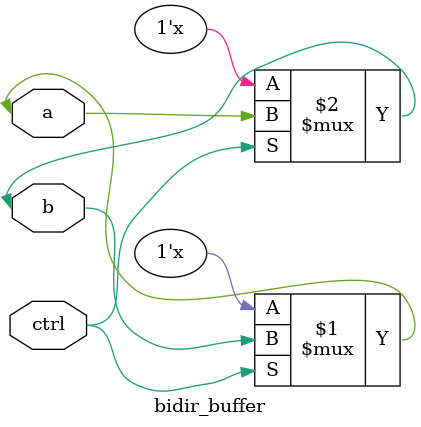
<source format=v>
module bidir_buffer(a,b,ctrl);
  inout a,b;
  input ctrl;
  assign a= (ctrl)?b:1'bz;
    assign b = (ctrl)?a:1'bz;
endmodule
</source>
